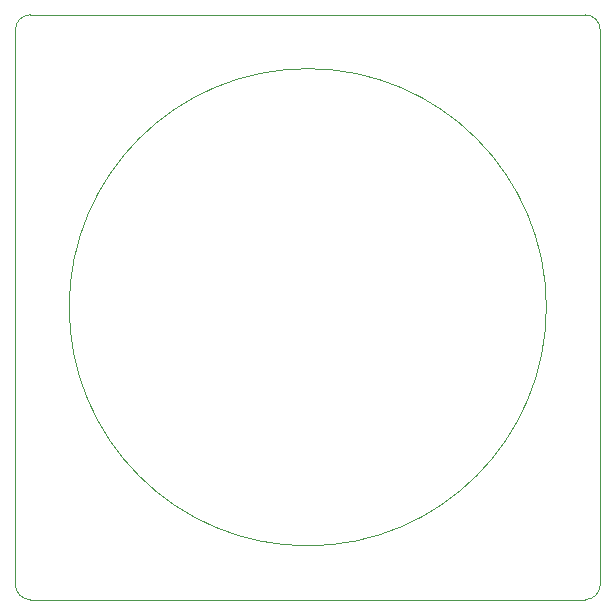
<source format=gbr>
%TF.GenerationSoftware,KiCad,Pcbnew,7.0.5*%
%TF.CreationDate,2024-08-05T01:16:24+08:00*%
%TF.ProjectId,TPS,5450532e-6b69-4636-9164-5f7063625858,rev?*%
%TF.SameCoordinates,Original*%
%TF.FileFunction,Profile,NP*%
%FSLAX46Y46*%
G04 Gerber Fmt 4.6, Leading zero omitted, Abs format (unit mm)*
G04 Created by KiCad (PCBNEW 7.0.5) date 2024-08-05 01:16:24*
%MOMM*%
%LPD*%
G01*
G04 APERTURE LIST*
%TA.AperFunction,Profile*%
%ADD10C,0.100000*%
%TD*%
%TA.AperFunction,Profile*%
%ADD11C,0.120000*%
%TD*%
G04 APERTURE END LIST*
D10*
X83418000Y-80443000D02*
G75*
G03*
X83418000Y-80443000I-20200000J0D01*
G01*
D11*
X86705000Y-55686000D02*
X39731000Y-55686000D01*
X38461000Y-103930000D02*
G75*
G03*
X39731000Y-105200000I1270000J0D01*
G01*
X39731000Y-55686000D02*
G75*
G03*
X38461000Y-56956000I0J-1270000D01*
G01*
X87975000Y-103930000D02*
X87975000Y-56956000D01*
X86705000Y-105200000D02*
X39731000Y-105200000D01*
X38461000Y-56956000D02*
X38461000Y-103930000D01*
X86705000Y-105200000D02*
G75*
G03*
X87975000Y-103930000I0J1270000D01*
G01*
X87975000Y-56956000D02*
G75*
G03*
X86705000Y-55686000I-1270000J0D01*
G01*
M02*

</source>
